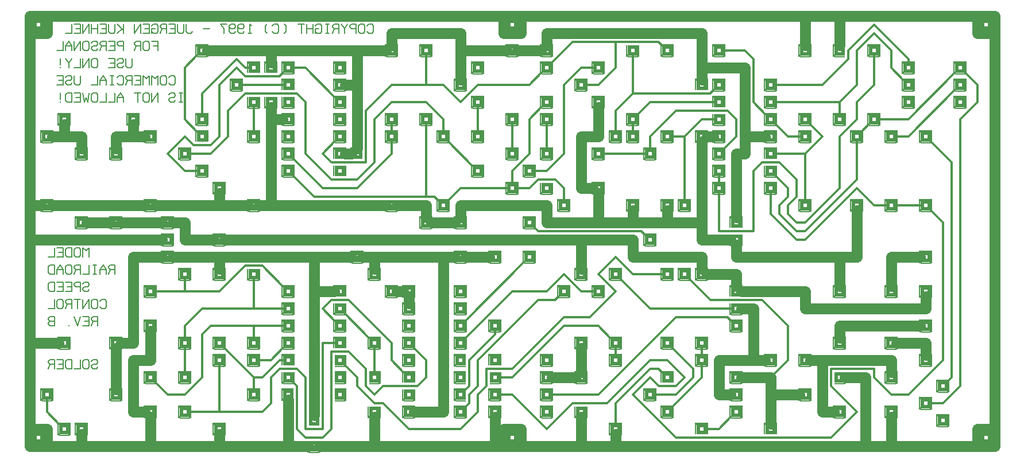
<source format=gbl>
%MOIN*%
%FSLAX23Y23*%
%ADD10C,.012*%
%ADD11C,.062*%
%ADD12C,.050X.024*%
%ADD13R,.062X.062X.024*%
%ADD14C,.016*%
%ADD15R,.008X.062*%
%ADD16R,.062X.008*%
%ADD17C,.008*%
%LPD*%
G90*X0Y0D02*X50Y50D02*D11*X150D01*X350D01*X750D01*
X1150D01*X1550D01*X1669D01*D13*X1700D03*D14*      
X1731Y19D03*X1669D03*D15*X1735Y50D03*X1665D03*D16*
X1700Y15D03*X1731Y50D02*D11*X2050D01*X2750D01*    
X2800D01*X2900D01*X3250D01*X3450D01*X4900D01*     
X5050D01*X5550D01*X5650D01*Y150D01*X5550D01*      
Y50D01*D13*X5600Y100D03*X5650Y150D02*D11*Y2450D01*
X5550D01*Y2550D01*X4750D01*Y2381D01*D13*Y2350D03* 
D14*X4719Y2381D03*Y2319D03*D15*X4715Y2350D03*D16* 
X4750Y2385D03*Y2315D03*X4800Y2300D02*D10*         
X4650Y2150D01*X4381D01*D13*X4350D03*D14*          
X4381Y2181D03*Y2119D03*X4319Y2181D03*Y2119D03*D15*
X4385Y2150D03*X4315D03*D16*X4350Y2185D03*Y2115D03*
X4250Y2050D02*D10*X4319Y1981D01*D13*X4350Y1950D03*
D14*X4381Y1981D03*Y1919D03*X4319Y1981D03*Y1919D03*
D15*X4385Y1950D03*X4315D03*D16*X4350Y1985D03*     
Y1915D03*X4381Y1919D02*D10*X4450Y1850D01*X4519D01*
D13*X4550D03*D14*X4581Y1881D03*Y1819D03*          
X4519Y1881D03*Y1819D03*D15*X4585Y1850D03*X4515D03*
D16*X4550Y1885D03*Y1815D03*X4650Y1850D02*D10*     
X4550Y1750D01*Y1481D01*D13*Y1450D03*D14*          
X4581Y1481D03*Y1419D03*X4519Y1481D03*Y1419D03*D15*
X4585Y1450D03*X4515D03*D16*X4550Y1485D03*Y1415D03*
X4500Y1500D02*D10*X4450Y1450D01*Y1400D01*         
X4500Y1350D01*X4550D01*X4750Y1550D01*Y1850D01*    
X4850Y1950D01*Y2050D01*X4950Y2150D01*Y2319D01*D13*
Y2350D03*D14*X4981Y2381D03*Y2319D03*X4919Y2381D03*
Y2319D03*D15*X4985Y2350D03*X4915D03*D16*          
X4950Y2385D03*Y2315D03*X5050Y2250D02*D10*         
X5119Y2181D01*D13*X5150Y2150D03*D14*X5181Y2181D03*
Y2119D03*X5119Y2181D03*Y2119D03*D15*X5185Y2150D03*
X5115D03*D16*X5150Y2185D03*Y2115D03*X5050Y2250D02*
D10*Y2350D01*X4950Y2450D01*X4850Y2350D01*Y2150D01*
X4750Y2050D01*Y1981D01*D13*Y1950D03*D14*          
X4781Y1981D03*Y1919D03*X4719Y1981D03*Y1919D03*D15*
X4785Y1950D03*X4715D03*D16*X4750Y1985D03*Y1915D03*
D13*X4850Y1850D03*D14*X4881Y1881D03*Y1819D03*     
X4819Y1881D03*Y1819D03*D15*X4885Y1850D03*X4815D03*
D16*X4850Y1885D03*Y1815D03*Y1819D02*D10*Y1600D01* 
X4550Y1300D01*X4500D01*X4400Y1400D01*Y1450D01*    
X4450Y1500D01*Y1550D01*X4381Y1619D01*D13*         
X4350Y1650D03*D14*X4381Y1619D03*X4319D03*D15*     
X4385Y1650D03*X4315D03*D16*X4350Y1615D03*         
X4400Y1700D02*D10*X4500Y1600D01*Y1500D01*D13*     
X4350Y1550D03*D14*X4381Y1581D03*Y1519D03*         
X4319Y1581D03*Y1519D03*D15*X4385Y1550D03*X4315D03*
D16*X4350Y1585D03*Y1515D03*Y1519D02*D10*Y1400D01* 
X4500Y1250D01*X4550D01*X4850Y1550D01*             
X4950Y1450D01*X5019D01*D13*X5050D03*D14*          
X5081Y1481D03*Y1419D03*X5019Y1481D03*Y1419D03*D15*
X5085Y1450D03*X5015D03*D16*X5050Y1485D03*Y1415D03*
X5081Y1450D02*D10*X5219D01*D13*X5250D03*D14*      
X5281Y1481D03*Y1419D03*X5219Y1481D03*Y1419D03*D15*
X5285Y1450D03*X5215D03*D16*X5250Y1485D03*Y1415D03*
X5281Y1419D02*D10*X5350Y1350D01*Y550D01*          
X5150Y350D01*X5050D01*X4950Y450D01*Y500D01*       
X4700D01*Y400D01*X4850Y250D01*X4700Y100D01*       
X3800D01*X3550Y350D01*X3650Y450D01*X3700Y400D01*  
X3800D01*X3850Y450D01*X3750Y550D01*X3650D01*      
X3400Y300D01*X3200D01*X3050Y150D01*X2850Y350D01*  
X2781D01*D13*X2750D03*D14*X2781Y381D03*Y319D03*   
X2719Y381D03*Y319D03*D15*X2785Y350D03*X2715D03*   
D16*X2750Y385D03*Y315D03*X2700Y400D02*D10*        
X2650Y350D01*Y250D01*X2550Y150D01*X2250D01*       
X2100Y300D01*X2050D01*X1950Y400D01*Y450D01*       
X1881Y519D01*D13*X1850Y550D03*D14*X1881Y519D03*   
D15*X1885Y550D03*D16*X1850Y515D03*X1900Y600D02*   
D10*X2000Y500D01*Y400D01*X2050Y350D01*            
X2100Y400D01*X2300D01*X2350Y450D01*Y550D01*       
X2281Y619D01*D13*X2250Y650D03*D14*X2281Y681D03*   
Y619D03*X2219Y681D03*Y619D03*D15*X2285Y650D03*    
X2215D03*D16*X2250Y685D03*Y615D03*X2150Y550D02*   
D10*X2219Y481D01*D13*X2250Y450D03*D14*            
X2281Y481D03*X2219D03*D15*X2285Y450D03*X2215D03*  
D16*X2250Y485D03*X2150Y550D02*D10*Y650D01*        
X1900Y900D01*X1800D01*X1750Y850D01*X1819Y781D01*  
D13*X1850Y750D03*D14*X1881Y781D03*Y719D03*        
X1819Y781D03*Y719D03*D15*X1885Y750D03*X1815D03*   
D16*X1850Y785D03*Y715D03*X1750Y650D02*D10*Y150D01*
X1650D01*Y450D01*X1600Y500D01*X1500D01*           
X1450Y450D01*Y300D01*X1400Y250D01*X1150D01*       
X981D01*D13*X950D03*D14*X981Y281D03*Y219D03*      
X919Y281D03*Y219D03*D15*X985Y250D03*X915D03*D16*  
X950Y285D03*Y215D03*X850Y350D02*D10*X950D01*      
X1050Y450D01*Y700D01*X1100Y750D01*X1350D01*       
Y681D01*D13*Y650D03*D14*X1381Y681D03*Y619D03*     
X1319Y681D03*Y619D03*D15*X1385Y650D03*X1315D03*   
D16*X1350Y685D03*Y615D03*X1450Y550D02*D10*        
X1381D01*D13*X1350D03*D14*X1381Y581D03*Y519D03*   
X1319Y581D03*Y519D03*D15*X1385Y550D03*X1315D03*   
D16*X1350Y585D03*Y515D03*X1450Y550D02*D10*        
X1519Y619D01*D13*X1550Y650D03*D14*X1581Y681D03*   
Y619D03*X1519Y681D03*Y619D03*D15*X1585Y650D03*    
X1515D03*D16*X1550Y685D03*Y615D03*X1500Y550D02*   
D10*X1400Y450D01*X1350D01*Y381D01*D13*Y350D03*D14*
X1381Y381D03*Y319D03*X1319Y381D03*Y319D03*D15*    
X1385Y350D03*X1315D03*D16*X1350Y385D03*Y315D03*   
Y450D02*D10*X1181Y619D01*D13*X1150Y650D03*D14*    
X1181Y681D03*Y619D03*X1119Y681D03*Y619D03*D15*    
X1185Y650D03*X1115D03*D16*X1150Y685D03*Y615D03*   
D13*Y550D03*D14*X1181Y581D03*Y519D03*X1119Y581D03*
Y519D03*D15*X1185Y550D03*X1115D03*D16*            
X1150Y585D03*Y515D03*Y519D02*D10*Y250D01*D13*     
Y150D03*D14*X1181Y181D03*Y119D03*X1119Y181D03*    
Y119D03*D15*X1185Y150D03*X1115D03*D16*            
X1150Y185D03*Y115D03*Y119D02*D11*Y50D01*          
X850Y350D02*D10*X781Y419D01*D13*X750Y450D03*D14*  
X781Y481D03*Y419D03*X719Y481D03*Y419D03*D15*      
X785Y450D03*X715D03*D16*X750Y485D03*Y415D03*      
X650Y550D02*D11*Y250D01*X719D01*D13*X750D03*D14*  
X781Y281D03*Y219D03*X719Y281D03*Y219D03*D15*      
X785Y250D03*X715D03*D16*X750Y285D03*Y215D03*      
Y219D02*D11*Y50D01*D13*X550Y350D03*D14*           
X581Y381D03*Y319D03*X519Y381D03*Y319D03*D15*      
X585Y350D03*X515D03*D16*X550Y385D03*Y315D03*      
Y381D02*D11*Y619D01*D13*Y650D03*D14*X581Y681D03*  
Y619D03*X519Y681D03*Y619D03*D15*X585Y650D03*      
X515D03*D16*X550Y685D03*Y615D03*X581Y650D02*D11*  
X650D01*Y1150D01*X819D01*D13*X850D03*D14*         
X881Y1181D03*Y1119D03*X819Y1181D03*Y1119D03*D15*  
X885Y1150D03*X815D03*D16*X850Y1185D03*Y1115D03*   
X881Y1150D02*D11*X1150D01*Y1081D01*D13*Y1050D03*  
D14*X1181Y1081D03*Y1019D03*X1119Y1081D03*Y1019D03*
D15*X1185Y1050D03*X1115D03*D16*X1150Y1085D03*     
Y1015D03*Y1150D02*D11*X1700D01*Y950D01*Y231D01*   
D13*Y200D03*D16*Y235D03*X1800Y150D02*D10*         
X1750Y100D01*X1650D01*X1600Y150D01*Y400D01*       
X1581Y419D01*D13*X1550Y450D03*D14*X1581Y419D03*   
X1519D03*D15*X1585Y450D03*X1515D03*D16*           
X1550Y415D03*D13*Y550D03*D14*X1581Y581D03*        
X1519D03*D15*X1585Y550D03*X1515D03*D16*           
X1550Y585D03*X1519Y550D02*D10*X1500D01*D13*       
X1550Y750D03*D14*X1581Y781D03*Y719D03*            
X1519Y781D03*Y719D03*D15*X1585Y750D03*X1515D03*   
D16*X1550Y785D03*Y715D03*X1519Y750D02*D10*        
X1350D01*Y850D02*X1050D01*X950Y750D01*Y681D01*D13*
Y650D03*D14*X981Y681D03*Y619D03*X919Y681D03*      
Y619D03*D15*X985Y650D03*X915D03*D16*X950Y685D03*  
Y615D03*Y619D02*D10*Y481D01*D13*Y450D03*D14*      
X981Y481D03*Y419D03*X919Y481D03*Y419D03*D15*      
X985Y450D03*X915D03*D16*X950Y485D03*Y415D03*      
X750Y550D02*D11*X650D01*X750D02*Y719D01*D13*      
Y750D03*D14*X781Y781D03*Y719D03*X719Y781D03*      
Y719D03*D15*X785Y750D03*X715D03*D16*X750Y785D03*  
Y715D03*X950Y950D02*D10*X781D01*D13*X750D03*D14*  
X781Y981D03*Y919D03*X719Y981D03*Y919D03*D15*      
X785Y950D03*X715D03*D16*X750Y985D03*Y915D03*      
X950Y950D02*D10*X1150D01*X1300Y1100D01*X1400D01*  
X1519Y981D01*D13*X1550Y950D03*D14*X1581Y981D03*   
Y919D03*X1519Y981D03*Y919D03*D15*X1585Y950D03*    
X1515D03*D16*X1550Y985D03*Y915D03*D13*Y850D03*D14*
X1581Y881D03*Y819D03*X1519Y881D03*Y819D03*D15*    
X1585Y850D03*X1515D03*D16*X1550Y885D03*Y815D03*   
X1519Y850D02*D10*X1350D01*Y1019D01*D13*Y1050D03*  
D14*X1381Y1019D03*X1319D03*D15*X1385Y1050D03*     
X1315D03*D16*X1350Y1015D03*D13*X1150Y1250D03*D14* 
X1181Y1281D03*Y1219D03*X1119Y1281D03*Y1219D03*D15*
X1185Y1250D03*X1115D03*D16*X1150Y1285D03*Y1215D03*
X1119Y1250D02*D11*X950D01*Y1350D01*X881D01*D13*   
X850D03*D14*X881Y1381D03*Y1319D03*X819Y1381D03*   
Y1319D03*D15*X885Y1350D03*X815D03*D16*            
X850Y1385D03*Y1315D03*X819Y1350D02*D11*X581D01*   
D13*X550D03*D14*X581Y1381D03*Y1319D03*            
X519Y1381D03*Y1319D03*D15*X585Y1350D03*X515D03*   
D16*X550Y1385D03*Y1315D03*X519Y1350D02*D11*       
X381D01*D13*X350D03*D14*X381Y1381D03*Y1319D03*    
X319Y1381D03*Y1319D03*D15*X385Y1350D03*X315D03*   
D16*X350Y1385D03*Y1315D03*X395Y1150D02*D17*       
Y1204D01*X377Y1186D01*X359Y1204D01*Y1150D01*      
X309Y1159D02*X318Y1150D01*X336D01*X345Y1159D01*   
Y1195D01*X336Y1204D01*X318D01*X309Y1195D01*       
Y1159D01*X295Y1150D02*Y1204D01*X268D01*           
X259Y1195D01*Y1159D01*X268Y1150D01*X295D01*       
X209D02*X245D01*Y1204D01*X209D01*X245Y1177D02*    
X218D01*X195Y1204D02*Y1150D01*X159D01*D13*        
X150Y1450D03*D14*X181Y1481D03*Y1419D03*           
X119Y1481D03*Y1419D03*D15*X185Y1450D03*X115D03*   
D16*X150Y1485D03*Y1415D03*X119Y1450D02*D11*X50D01*
Y1250D01*Y650D01*Y150D01*Y50D01*D13*X100Y100D03*  
X150Y150D02*D11*Y50D01*D13*X250Y150D03*D14*       
X281Y181D03*Y119D03*X219Y181D03*Y119D03*D15*      
X285Y150D03*X215D03*D16*X250Y185D03*Y115D03*      
X219Y181D02*D10*X150Y250D01*Y319D01*D13*Y350D03*  
D14*X181Y381D03*Y319D03*X119Y381D03*Y319D03*D15*  
X185Y350D03*X115D03*D16*X150Y385D03*Y315D03*      
X409Y545D02*D17*X418Y554D01*X436D01*X445Y545D01*  
Y536D01*X436Y527D01*X418D01*X409Y518D01*Y509D01*  
X418Y500D01*X436D01*X445Y509D01*X359D02*          
X368Y500D01*X386D01*X395Y509D01*Y545D01*          
X386Y554D01*X368D01*X359Y545D01*Y509D01*          
X345Y554D02*Y500D01*X309D01*X295D02*Y554D01*      
X268D01*X259Y545D01*Y509D01*X268Y500D01*X295D01*  
X209D02*X245D01*Y554D01*X209D01*X245Y527D02*      
X218D01*X195Y500D02*Y554D01*X168D01*X159Y545D01*  
Y536D01*X168Y527D01*X195D01*X168D02*X159Y500D01*  
D13*X350Y150D03*D14*X381Y181D03*Y119D03*          
X319Y181D03*Y119D03*D15*X385Y150D03*X315D03*D16*  
X350Y185D03*Y115D03*Y119D02*D11*Y50D01*           
X150Y150D02*X50D01*X409Y545D02*D17*X418Y554D01*   
X436D01*X445Y545D01*Y536D01*X436Y527D01*X418D01*  
X409Y518D01*Y509D01*X418Y500D01*X436D01*          
X445Y509D01*X359D02*X368Y500D01*X386D01*          
X395Y509D01*Y545D01*X386Y554D01*X368D01*          
X359Y545D01*Y509D01*X345Y554D02*Y500D01*X309D01*  
X295D02*Y554D01*X268D01*X259Y545D01*Y509D01*      
X268Y500D01*X295D01*X209D02*X245D01*Y554D01*      
X209D01*X245Y527D02*X218D01*X195Y500D02*Y554D01*  
X168D01*X159Y545D01*Y536D01*X168Y527D01*X195D01*  
X168D02*X159Y500D01*D13*X250Y650D03*D14*          
X281Y681D03*Y619D03*X219Y681D03*Y619D03*D15*      
X285Y650D03*X215D03*D16*X250Y685D03*Y615D03*      
X219Y650D02*D11*X50D01*X445Y750D02*D17*Y804D01*   
X418D01*X409Y795D01*Y786D01*X418Y777D01*X445D01*  
X418D02*X409Y750D01*X359D02*X395D01*Y804D01*      
X359D01*X395Y777D02*X368D01*X345Y804D02*          
X327Y750D01*X309Y804D01*X277Y750D03*X195D02*      
Y804D01*X168D01*X159Y795D01*Y786D01*X168Y777D01*  
X159Y768D01*Y759D01*X168Y750D01*X195D01*Y777D02*  
X168D01*X409Y545D02*X418Y554D01*X436D01*          
X445Y545D01*Y536D01*X436Y527D01*X418D01*          
X409Y518D01*Y509D01*X418Y500D01*X436D01*          
X445Y509D01*X359D02*X368Y500D01*X386D01*          
X395Y509D01*Y545D01*X386Y554D01*X368D01*          
X359Y545D01*Y509D01*X345Y554D02*Y500D01*X309D01*  
X295D02*Y554D01*X268D01*X259Y545D01*Y509D01*      
X268Y500D01*X295D01*X209D02*X245D01*Y554D01*      
X209D01*X245Y527D02*X218D01*X195Y500D02*Y554D01*  
X168D01*X159Y545D01*Y536D01*X168Y527D01*X195D01*  
X168D02*X159Y500D01*X459Y859D02*X468Y850D01*      
X486D01*X495Y859D01*Y895D01*X486Y904D01*X468D01*  
X459Y895D01*X409Y859D02*X418Y850D01*X436D01*      
X445Y859D01*Y895D01*X436Y904D01*X418D01*          
X409Y895D01*Y859D01*X395Y850D02*Y904D01*          
X359Y850D01*Y904D01*X327Y850D02*Y904D01*X345D02*  
X309D01*X295Y850D02*Y904D01*X268D01*X259Y895D01*  
Y886D01*X268Y877D01*X295D01*X268D02*X259Y850D01*  
X209Y859D02*X218Y850D01*X236D01*X245Y859D01*      
Y895D01*X236Y904D01*X218D01*X209Y895D01*Y859D01*  
X195Y904D02*Y850D01*X159D01*X359Y995D02*          
X368Y1004D01*X386D01*X395Y995D01*Y986D01*         
X386Y977D01*X368D01*X359Y968D01*Y959D01*          
X368Y950D01*X386D01*X395Y959D01*X345Y950D02*      
Y1004D01*X318D01*X309Y995D01*Y986D01*X318Y977D01* 
X345D01*X259Y950D02*X295D01*Y1004D01*X259D01*     
X295Y977D02*X268D01*X209Y950D02*X245D01*Y1004D01* 
X209D01*X245Y977D02*X218D01*X195Y950D02*Y1004D01* 
X168D01*X159Y995D01*Y959D01*X168Y950D01*X195D01*  
X545Y1050D02*Y1104D01*X518D01*X509Y1095D01*       
Y1086D01*X518Y1077D01*X545D01*X518D02*            
X509Y1050D01*X495D02*Y1077D01*X477Y1104D01*       
X459Y1077D01*Y1050D01*X495Y1077D02*X459D01*       
X427Y1050D02*Y1104D01*X436Y1050D02*X418D01*       
X436Y1104D02*X418D01*X395D02*Y1050D01*X359D01*    
X345D02*Y1104D01*X318D01*X309Y1095D01*Y1086D01*   
X318Y1077D01*X345D01*X318D02*X309Y1050D01*        
X259Y1059D02*X268Y1050D01*X286D01*X295Y1059D01*   
Y1095D01*X286Y1104D01*X268D01*X259Y1095D01*       
Y1059D01*X245Y1050D02*Y1077D01*X227Y1104D01*      
X209Y1077D01*Y1050D01*X245Y1077D02*X209D01*       
X195Y1050D02*Y1104D01*X168D01*X159Y1095D01*       
Y1059D01*X168Y1050D01*X195D01*X395Y1150D02*       
Y1204D01*X377Y1186D01*X359Y1204D01*Y1150D01*      
X309Y1159D02*X318Y1150D01*X336D01*X345Y1159D01*   
Y1195D01*X336Y1204D01*X318D01*X309Y1195D01*       
Y1159D01*X295Y1150D02*Y1204D01*X268D01*           
X259Y1195D01*Y1159D01*X268Y1150D01*X295D01*       
X209D02*X245D01*Y1204D01*X209D01*X245Y1177D02*    
X218D01*X195Y1204D02*Y1150D01*X159D01*X50Y1250D02*
D11*X819D01*D13*X850D03*D14*X881Y1281D03*Y1219D03*
X819Y1281D03*Y1219D03*D15*X885Y1250D03*X815D03*   
D16*X850Y1285D03*Y1215D03*D13*X750Y1450D03*D14*   
X781Y1481D03*Y1419D03*X719Y1481D03*Y1419D03*D15*  
X785Y1450D03*X715D03*D16*X750Y1485D03*Y1415D03*   
X719Y1450D02*D11*X181D01*X50D02*Y2450D01*X150D01* 
Y2550D01*X50D01*Y2450D01*D13*X100Y2500D03*        
X150Y2550D02*D11*X2800D01*Y2450D01*X2900D01*      
Y2550D01*X2800D01*D13*X2850Y2500D03*X2900Y2550D02*
D11*X4550D01*Y2381D01*D13*Y2350D03*D14*           
X4581Y2381D03*Y2319D03*X4519Y2381D03*Y2319D03*D15*
X4585Y2350D03*X4515D03*D16*X4550Y2385D03*Y2315D03*
X4750Y2550D02*D11*X4550D01*X4800Y2300D02*D10*     
Y2350D01*X4950Y2500D01*X5150Y2300D01*Y2281D01*D13*
Y2250D03*D14*X5181Y2281D03*Y2219D03*X5119Y2281D03*
Y2219D03*D15*X5185Y2250D03*X5115D03*D16*          
X5150Y2285D03*Y2215D03*D13*Y2050D03*D14*          
X5181Y2081D03*Y2019D03*X5119Y2081D03*Y2019D03*D15*
X5185Y2050D03*X5115D03*D16*X5150Y2085D03*Y2015D03*
X5450Y1950D02*D10*Y400D01*X5350Y300D01*X5281D01*  
D13*X5250D03*D14*X5281Y331D03*Y269D03*            
X5219Y331D03*Y269D03*D15*X5285Y300D03*X5215D03*   
D16*X5250Y335D03*Y265D03*D13*X5350Y200D03*D14*    
X5381Y231D03*Y169D03*X5319Y231D03*Y169D03*D15*    
X5385Y200D03*X5315D03*D16*X5350Y235D03*Y165D03*   
D13*Y400D03*D14*X5381Y431D03*Y369D03*X5319Y431D03*
Y369D03*D15*X5385Y400D03*X5315D03*D16*            
X5350Y435D03*Y365D03*X5381Y431D02*D10*            
X5400Y450D01*Y1700D01*X5281Y1819D01*D13*          
X5250Y1850D03*D14*X5281Y1881D03*Y1819D03*         
X5219Y1881D03*Y1819D03*D15*X5285Y1850D03*X5215D03*
D16*X5250Y1885D03*Y1815D03*X5150Y1950D02*D10*     
X4981D01*D13*X4950D03*D14*X4981Y1981D03*Y1919D03* 
X4919Y1981D03*Y1919D03*D15*X4985Y1950D03*X4915D03*
D16*X4950Y1985D03*Y1915D03*X4919Y1919D02*D10*     
X4881Y1881D01*D13*X5050Y1850D03*D14*X5081Y1881D03*
Y1819D03*X5019Y1881D03*Y1819D03*D15*X5085Y1850D03*
X5015D03*D16*X5050Y1885D03*Y1815D03*X5081Y1850D02*
D10*X5150D01*X5419Y2119D01*D13*X5450Y2150D03*D14* 
X5481Y2181D03*Y2119D03*X5419Y2181D03*Y2119D03*D15*
X5485Y2150D03*X5415D03*D16*X5450Y2185D03*Y2115D03*
X5550Y2050D02*D10*X5450Y1950D01*X5550Y2050D02*    
Y2150D01*X5481Y2219D01*D13*X5450Y2250D03*D14*     
X5481Y2281D03*Y2219D03*X5419Y2281D03*Y2219D03*D15*
X5485Y2250D03*X5415D03*D16*X5450Y2285D03*Y2215D03*
X5419Y2219D02*D10*X5150Y1950D01*D13*X5450Y2050D03*
D14*X5481Y2081D03*Y2019D03*X5419Y2081D03*Y2019D03*
D15*X5485Y2050D03*X5415D03*D16*X5450Y2085D03*     
Y2015D03*X4750Y2050D02*D10*X4381D01*D13*X4350D03* 
D14*X4381Y2081D03*Y2019D03*X4319Y2081D03*Y2019D03*
D15*X4385Y2050D03*X4315D03*D16*X4350Y2085D03*     
Y2015D03*X4250Y2050D02*D10*Y2300D01*X4200Y2350D01*
X4081D01*D13*X4050D03*D14*X4081Y2381D03*Y2319D03* 
X4019Y2381D03*Y2319D03*D15*X4085Y2350D03*X4015D03*
D16*X4050Y2385D03*Y2315D03*X3950Y2450D02*D11*     
Y2250D01*Y2181D01*D13*Y2150D03*D14*X3981Y2181D03* 
X3919D03*D15*X3985Y2150D03*X3915D03*D16*          
X3950Y2185D03*X4000Y2100D02*D10*X3550D01*         
X3450Y2000D01*Y1881D01*D13*Y1850D03*D14*          
X3481Y1881D03*Y1819D03*X3419Y1881D03*Y1819D03*D15*
X3485Y1850D03*X3415D03*D16*X3450Y1885D03*Y1815D03*
D13*X3550Y1950D03*D14*X3581Y1981D03*Y1919D03*     
X3519Y1981D03*Y1919D03*D15*X3585Y1950D03*X3515D03*
D16*X3550Y1985D03*Y1915D03*Y1919D02*D10*Y1881D01* 
D13*Y1850D03*D14*X3581Y1881D03*Y1819D03*          
X3519Y1881D03*Y1819D03*D15*X3585Y1850D03*X3515D03*
D16*X3550Y1885D03*Y1815D03*D13*X3650Y1750D03*D14* 
X3681Y1781D03*Y1719D03*X3619Y1781D03*Y1719D03*D15*
X3685Y1750D03*X3615D03*D16*X3650Y1785D03*Y1715D03*
X3619Y1750D02*D10*X3381D01*D13*X3350D03*D14*      
X3381Y1781D03*Y1719D03*X3319Y1781D03*Y1719D03*D15*
X3385Y1750D03*X3315D03*D16*X3350Y1785D03*Y1715D03*
X3250Y1850D02*D11*Y1550D01*X3319D01*D13*X3350D03* 
D14*X3381Y1581D03*Y1519D03*X3319Y1581D03*Y1519D03*
D15*X3385Y1550D03*X3315D03*D16*X3350Y1585D03*     
Y1515D03*Y1519D02*D11*Y1350D01*X3050D01*Y1450D01* 
X2550D01*Y1381D01*D13*Y1350D03*D14*X2581Y1381D03* 
Y1319D03*X2519Y1381D03*Y1319D03*D15*X2585Y1350D03*
X2515D03*D16*X2550Y1385D03*Y1315D03*X2519Y1350D02*
D11*X2381D01*D13*X2350D03*D14*X2381Y1381D03*      
Y1319D03*X2319Y1381D03*Y1319D03*D15*X2385Y1350D03*
X2315D03*D16*X2350Y1385D03*Y1315D03*Y1381D02*D11* 
Y1450D01*X2181D01*D13*X2150D03*D14*X2181Y1419D03* 
X2119D03*D15*X2185Y1450D03*X2115D03*D16*          
X2150Y1415D03*X2119Y1450D02*D11*X1450D01*X1381D01*
D13*X1350D03*D14*X1381Y1481D03*Y1419D03*          
X1319Y1481D03*Y1419D03*D15*X1385Y1450D03*X1315D03*
D16*X1350Y1485D03*Y1415D03*X1319Y1450D02*D11*     
X1150D01*X781D01*X950Y1650D02*D10*X1019D01*D13*   
X1050D03*D14*X1081Y1681D03*Y1619D03*X1019Y1681D03*
Y1619D03*D15*X1085Y1650D03*X1015D03*D16*          
X1050Y1685D03*Y1615D03*D13*X1150Y1550D03*D14*     
X1181Y1581D03*Y1519D03*X1119Y1581D03*Y1519D03*D15*
X1185Y1550D03*X1115D03*D16*X1150Y1585D03*Y1515D03*
Y1519D02*D11*Y1450D01*X950Y1650D02*D10*           
X850Y1750D01*X950Y1850D01*X1000Y1800D01*X1100D01* 
X1150Y1850D01*Y2150D01*X1250Y2250D01*             
X1300Y2200D01*X1500D01*X1519Y2219D01*D13*         
X1550Y2250D03*D14*X1581Y2281D03*Y2219D03*         
X1519Y2281D03*Y2219D03*D15*X1585Y2250D03*X1515D03*
D16*X1550Y2285D03*Y2215D03*X1581Y2250D02*D10*     
X1650D01*X1819Y2081D01*D13*X1850Y2050D03*D14*     
X1881Y2081D03*Y2019D03*X1819Y2081D03*Y2019D03*D15*
X1885Y2050D03*X1815D03*D16*X1850Y2085D03*Y2015D03*
X1950Y2150D02*D11*Y1781D01*D13*Y1750D03*D14*      
X1919Y1781D03*D15*X1915Y1750D03*D16*X1950Y1785D03*
X1919Y1750D02*D11*X1881D01*D13*X1850D03*D14*      
X1881Y1781D03*X1819D03*D15*X1885Y1750D03*X1815D03*
D16*X1850Y1785D03*X1800Y1700D02*D10*X2000D01*     
Y2000D01*X2150Y2150D01*X2350D01*X2450D01*         
X2550Y2050D01*X2650Y2150D01*X2950D01*             
X3019Y2219D01*D13*X3050Y2250D03*D14*X3081Y2281D03*
Y2219D03*X3019Y2281D03*Y2219D03*D15*X3085Y2250D03*
X3015D03*D16*X3050Y2285D03*Y2215D03*X3081Y2281D02*
D10*X3200Y2400D01*X3450D01*Y2250D01*X3350Y2150D01*
X3281D01*D13*X3250D03*D14*X3281Y2181D03*Y2119D03* 
X3219Y2181D03*Y2119D03*D15*X3285Y2150D03*X3215D03*
D16*X3250Y2185D03*Y2115D03*D13*X3350Y2050D03*D14* 
X3381Y2081D03*Y2019D03*X3319Y2081D03*Y2019D03*D15*
X3385Y2050D03*X3315D03*D16*X3350Y2085D03*Y2015D03*
Y2019D02*D11*Y1850D01*X3250D01*X3150Y1750D02*D10* 
X3050Y1650D01*X2981D01*D13*X2950D03*D14*          
X2981Y1681D03*Y1619D03*X2919Y1681D03*Y1619D03*D15*
X2985Y1650D03*X2915D03*D16*X2950Y1685D03*Y1615D03*
X3000Y1600D02*D10*X2950Y1550D01*X2881D01*D13*     
X2850D03*D14*X2881Y1581D03*Y1519D03*X2819Y1581D03*
Y1519D03*D15*X2885Y1550D03*X2815D03*D16*          
X2850Y1585D03*Y1515D03*X2819Y1550D02*D10*X2550D01*
X2481Y1481D01*D13*X2450Y1450D03*D14*X2481Y1481D03*
Y1419D03*X2419Y1481D03*Y1419D03*D15*X2485Y1450D03*
X2415D03*D16*X2450Y1485D03*Y1415D03*X2419Y1481D02*
D10*X2400Y1500D01*X2350D01*X1700D01*X1581Y1619D01*
D13*X1550Y1650D03*D14*X1581Y1681D03*Y1619D03*     
X1519Y1681D03*Y1619D03*D15*X1585Y1650D03*X1515D03*
D16*X1550Y1685D03*Y1615D03*X1650Y1750D02*D10*     
X1800Y1600D01*X1950D01*X2050Y1700D01*Y1950D01*    
X2150Y2050D01*X2350D01*X2450Y1950D01*Y1881D01*D13*
Y1850D03*D14*X2481Y1881D03*Y1819D03*X2419Y1881D03*
Y1819D03*D15*X2485Y1850D03*X2415D03*D16*          
X2450Y1885D03*Y1815D03*X2481Y1819D02*D10*         
X2619Y1681D01*D13*X2650Y1650D03*D14*X2681Y1681D03*
Y1619D03*X2619Y1681D03*Y1619D03*D15*X2685Y1650D03*
X2615D03*D16*X2650Y1685D03*Y1615D03*X2850Y1581D02*
D10*Y1650D01*X2950Y1750D01*Y1950D01*X3019Y2019D01*
D13*X3050Y2050D03*D14*X3081Y2081D03*Y2019D03*     
X3019Y2081D03*Y2019D03*D15*X3085Y2050D03*X3015D03*
D16*X3050Y2085D03*Y2015D03*X3150Y2150D02*D10*     
Y1750D01*D13*X3050D03*D14*X3081Y1781D03*Y1719D03* 
X3019Y1781D03*Y1719D03*D15*X3085Y1750D03*X3015D03*
D16*X3050Y1785D03*Y1715D03*Y1781D02*D10*Y1919D01* 
D13*Y1950D03*D14*X3081Y1981D03*Y1919D03*          
X3019Y1981D03*Y1919D03*D15*X3085Y1950D03*X3015D03*
D16*X3050Y1985D03*Y1915D03*D13*X2850Y1750D03*D14* 
X2881Y1781D03*Y1719D03*X2819Y1781D03*Y1719D03*D15*
X2885Y1750D03*X2815D03*D16*X2850Y1785D03*Y1715D03*
Y1781D02*D10*Y1919D01*D13*Y1950D03*D14*           
X2881Y1981D03*Y1919D03*X2819Y1981D03*Y1919D03*D15*
X2885Y1950D03*X2815D03*D16*X2850Y1985D03*Y1915D03*
D13*X2650Y2050D03*D14*X2681Y2081D03*Y2019D03*     
X2619Y2081D03*Y2019D03*D15*X2685Y2050D03*X2615D03*
D16*X2650Y2085D03*Y2015D03*Y2019D02*D10*Y1881D01* 
D13*Y1850D03*D14*X2681Y1881D03*Y1819D03*          
X2619Y1881D03*Y1819D03*D15*X2685Y1850D03*X2615D03*
D16*X2650Y1885D03*Y1815D03*X2350Y2150D02*D10*     
Y2319D01*D13*Y2350D03*D14*X2381Y2381D03*Y2319D03* 
X2319Y2381D03*Y2319D03*D15*X2385Y2350D03*X2315D03*
D16*X2350Y2385D03*Y2315D03*D13*X2550Y2150D03*D14* 
X2581Y2181D03*Y2119D03*X2519Y2181D03*Y2119D03*D15*
X2585Y2150D03*X2515D03*D16*X2550Y2185D03*Y2115D03*
Y2181D02*D11*Y2350D01*X2819D01*D13*X2850D03*D14*  
X2881Y2381D03*Y2319D03*X2819Y2381D03*Y2319D03*D15*
X2885Y2350D03*X2815D03*D16*X2850Y2385D03*Y2315D03*
X2881Y2350D02*D11*X3019D01*D13*X3050D03*D14*      
X3081Y2381D03*Y2319D03*X3019Y2381D03*Y2319D03*D15*
X3085Y2350D03*X3015D03*D16*X3050Y2385D03*Y2315D03*
Y2381D02*D11*Y2450D01*X3950D01*Y2250D02*X4200D01* 
Y1850D01*Y1750D01*X4150D01*Y1381D01*D13*Y1350D03* 
D14*X4181Y1381D03*X4119D03*D15*X4185Y1350D03*     
X4115D03*D16*X4150Y1385D03*X4250Y1300D02*D10*     
X4050D01*Y1519D01*D13*Y1550D03*D14*X4081Y1581D03* 
Y1519D03*X4019Y1581D03*Y1519D03*D15*X4085Y1550D03*
X4015D03*D16*X4050Y1585D03*Y1515D03*Y1581D02*D10* 
Y1619D01*D13*Y1650D03*D14*X4081Y1681D03*Y1619D03* 
X4019Y1681D03*Y1619D03*D15*X4085Y1650D03*X4015D03*
D16*X4050Y1685D03*Y1615D03*D13*Y1750D03*D14*      
X4081Y1781D03*Y1719D03*X4019Y1781D03*Y1719D03*D15*
X4085Y1750D03*X4015D03*D16*X4050Y1785D03*Y1715D03*
X4081Y1781D02*D10*X4150Y1850D01*Y1950D01*         
X4100Y2000D01*X3800D01*X3650Y1850D01*Y1781D01*D13*
X3750Y1850D03*D14*X3781Y1881D03*Y1819D03*         
X3719Y1881D03*Y1819D03*D15*X3785Y1850D03*X3715D03*
D16*X3750Y1885D03*Y1815D03*X3781Y1850D02*D10*     
X3850D01*Y1481D01*D13*Y1450D03*D14*X3881Y1481D03* 
Y1419D03*X3819Y1481D03*Y1419D03*D15*X3885Y1450D03*
X3815D03*D16*X3850Y1485D03*Y1415D03*X3950Y1350D02*
D11*Y1250D01*X4119D01*D13*X4150D03*D14*           
X4181Y1219D03*X4119D03*D15*X4185Y1250D03*X4115D03*
D16*X4150Y1215D03*Y1219D02*D11*Y1150D01*X4750D01* 
Y981D01*D13*Y950D03*D14*X4781Y981D03*Y919D03*     
X4719Y981D03*Y919D03*D15*X4785Y950D03*X4715D03*   
D16*X4750Y985D03*Y915D03*X4850Y1150D02*D11*       
X4750D01*X4850D02*Y1419D01*D13*Y1450D03*D14*      
X4881Y1481D03*Y1419D03*X4819Y1481D03*Y1419D03*D15*
X4885Y1450D03*X4815D03*D16*X4850Y1485D03*Y1415D03*
X4550Y1750D02*D10*X4381D01*D13*X4350D03*D14*      
X4381Y1781D03*X4319D03*D15*X4385Y1750D03*X4315D03*
D16*X4350Y1785D03*X4400Y1700D02*D10*X4300D01*     
X4250Y1650D01*Y1300D01*X4150Y1050D02*D11*Y981D01* 
D13*Y950D03*D14*X4181Y981D03*X4119D03*D15*        
X4185Y950D03*X4115D03*D16*X4150Y985D03*           
X4181Y950D02*D11*X4550D01*Y850D01*X5250D01*       
Y919D01*D13*Y950D03*D14*X5281Y981D03*Y919D03*     
X5219Y981D03*Y919D03*D15*X5285Y950D03*X5215D03*   
D16*X5250Y985D03*Y915D03*X5050Y1150D02*D11*       
Y981D01*D13*Y950D03*D14*X5081Y981D03*Y919D03*     
X5019Y981D03*Y919D03*D15*X5085Y950D03*X5015D03*   
D16*X5050Y985D03*Y915D03*D13*X5250Y750D03*D14*    
X5281Y781D03*Y719D03*X5219Y781D03*Y719D03*D15*    
X5285Y750D03*X5215D03*D16*X5250Y785D03*Y715D03*   
X5219Y750D02*D11*X4750D01*Y681D01*D13*Y650D03*D14*
X4781Y681D03*Y619D03*X4719Y681D03*Y619D03*D15*    
X4785Y650D03*X4715D03*D16*X4750Y685D03*Y615D03*   
X4650Y550D02*D11*Y250D01*X4719D01*D13*X4750D03*   
D14*X4781Y281D03*Y219D03*X4719Y281D03*Y219D03*D15*
X4785Y250D03*X4715D03*D16*X4750Y285D03*Y215D03*   
X4900Y450D02*D11*Y50D01*X5050D02*Y219D01*D13*     
Y250D03*D14*X5081Y281D03*Y219D03*X5019Y281D03*    
Y219D03*D15*X5085Y250D03*X5015D03*D16*            
X5050Y285D03*Y215D03*D13*Y450D03*D14*X5081Y481D03*
Y419D03*X5019Y481D03*Y419D03*D15*X5085Y450D03*    
X5015D03*D16*X5050Y485D03*Y415D03*Y481D02*D11*    
Y550D01*X4650D01*X4581D01*D13*X4550D03*D14*       
X4581Y581D03*Y519D03*X4519Y581D03*Y519D03*D15*    
X4585Y550D03*X4515D03*D16*X4550Y585D03*Y515D03*   
X4450Y550D02*D10*X4350Y450D01*D11*Y350D01*Y181D01*
D13*Y150D03*D14*X4381Y181D03*X4319D03*D15*        
X4385Y150D03*X4315D03*D16*X4350Y185D03*D13*       
X4550Y350D03*D14*X4581Y381D03*Y319D03*            
X4519Y381D03*Y319D03*D15*X4585Y350D03*X4515D03*   
D16*X4550Y385D03*Y315D03*X4519Y350D02*D11*        
X4350D01*Y450D02*X4181D01*D13*X4150D03*D14*       
X4181Y481D03*Y419D03*X4119Y481D03*Y419D03*D15*    
X4185Y450D03*X4115D03*D16*X4150Y485D03*Y415D03*   
X4250Y550D02*D11*X4050D01*Y350D01*X4119D01*D13*   
X4150D03*D14*X4181Y381D03*Y319D03*X4119Y381D03*   
Y319D03*D15*X4185Y350D03*X4115D03*D16*            
X4150Y385D03*Y315D03*D13*Y250D03*D14*X4181Y281D03*
Y219D03*X4119Y281D03*Y219D03*D15*X4185Y250D03*    
X4115D03*D16*X4150Y285D03*Y215D03*X4119Y219D02*   
D10*X4050Y150D01*X3981D01*D13*X3950D03*D14*       
X3981Y181D03*X3919D03*D15*X3985Y150D03*X3915D03*  
D16*X3950Y185D03*D13*X3750Y250D03*D14*            
X3781Y281D03*Y219D03*X3719Y281D03*Y219D03*D15*    
X3785Y250D03*X3715D03*D16*X3750Y285D03*Y215D03*   
X3781Y281D02*D10*X3950Y450D01*Y519D01*D13*Y550D03*
D14*X3981Y581D03*Y519D03*X3919Y581D03*Y519D03*D15*
X3985Y550D03*X3915D03*D16*X3950Y585D03*Y515D03*   
Y581D02*D10*Y619D01*D13*Y650D03*D14*X3981Y681D03* 
Y619D03*X3919Y681D03*Y619D03*D15*X3985Y650D03*    
X3915D03*D16*X3950Y685D03*Y615D03*X4100Y800D02*   
D10*X4119Y781D01*D13*X4150Y750D03*D14*            
X4181Y781D03*Y719D03*X4119Y781D03*Y719D03*D15*    
X4185Y750D03*X4115D03*D16*X4150Y785D03*Y715D03*   
X4100Y800D02*D10*X3800D01*X3350Y350D01*X3081D01*  
D13*X3050D03*D14*X3081Y381D03*Y319D03*            
X3019Y381D03*Y319D03*D15*X3085Y350D03*X3015D03*   
D16*X3050Y385D03*Y315D03*D13*Y450D03*D14*         
X3081Y481D03*Y419D03*X3019Y481D03*Y419D03*D15*    
X3085Y450D03*X3015D03*D16*X3050Y485D03*Y415D03*   
X3081Y450D02*D11*X3219D01*D13*X3250D03*D14*       
X3281Y481D03*Y419D03*X3219Y481D03*Y419D03*D15*    
X3285Y450D03*X3215D03*D16*X3250Y485D03*Y415D03*   
Y481D02*D11*Y619D01*D13*Y650D03*D14*X3281Y681D03* 
Y619D03*X3219Y681D03*Y619D03*D15*X3285Y650D03*    
X3215D03*D16*X3250Y685D03*Y615D03*X3350Y750D02*   
D10*X3419Y681D01*D13*X3450Y650D03*D14*            
X3481Y681D03*Y619D03*X3419Y681D03*Y619D03*D15*    
X3485Y650D03*X3415D03*D16*X3450Y685D03*Y615D03*   
Y619D02*D10*Y581D01*D13*Y550D03*D14*X3481Y581D03* 
Y519D03*X3419Y581D03*Y519D03*D15*X3485Y550D03*    
X3415D03*D16*X3450Y585D03*Y515D03*D13*            
X3650Y350D03*D14*X3681Y381D03*Y319D03*            
X3619Y381D03*Y319D03*D15*X3685Y350D03*X3615D03*   
D16*X3650Y385D03*Y315D03*X3681Y350D02*D10*        
X3800D01*X3900Y450D01*Y500D01*X3781Y619D01*D13*   
X3750Y650D03*D14*X3781Y681D03*Y619D03*            
X3719Y681D03*Y619D03*D15*X3785Y650D03*X3715D03*   
D16*X3750Y685D03*Y615D03*X3650Y500D02*D10*        
X3450Y300D01*Y181D01*D13*Y150D03*D14*X3481Y181D03*
Y119D03*X3419Y181D03*Y119D03*D15*X3485Y150D03*    
X3415D03*D16*X3450Y185D03*Y115D03*Y119D02*D11*    
Y50D01*D13*X3250Y250D03*D14*X3281Y219D03*X3219D03*
D15*X3285Y250D03*X3215D03*D16*X3250Y215D03*       
Y219D02*D11*Y50D01*D13*X3050Y250D03*D14*          
X3081Y281D03*Y219D03*X3019Y281D03*Y219D03*D15*    
X3085Y250D03*X3015D03*D16*X3050Y285D03*Y215D03*   
X2900Y150D02*D11*Y50D01*D13*X2850Y100D03*         
X2800Y150D02*D11*Y50D01*X2750D02*Y219D01*D13*     
Y250D03*D14*X2781Y281D03*Y219D03*X2719Y281D03*    
Y219D03*D15*X2785Y250D03*X2715D03*D16*            
X2750Y285D03*Y215D03*X2800Y150D02*D11*X2900D01*   
X2650Y400D02*D10*X2600Y350D01*Y300D01*            
X2581Y281D01*D13*X2550Y250D03*D14*X2581Y281D03*   
Y219D03*X2519Y281D03*Y219D03*D15*X2585Y250D03*    
X2515D03*D16*X2550Y285D03*Y215D03*D13*Y350D03*D14*
X2519Y381D03*Y319D03*D15*X2515Y350D03*D16*        
X2550Y385D03*Y315D03*X2581Y381D02*D10*            
X2600Y400D01*Y550D01*X2750Y700D01*Y719D01*D13*    
Y750D03*D14*X2781Y781D03*Y719D03*X2719Y781D03*    
Y719D03*D15*X2785Y750D03*X2715D03*D16*            
X2750Y785D03*Y715D03*D13*X2550Y950D03*D14*        
X2581Y981D03*Y919D03*X2519Y981D03*Y919D03*D15*    
X2585Y950D03*X2515D03*D16*X2550Y985D03*Y915D03*   
D13*Y550D03*D14*X2519Y581D03*Y519D03*D15*         
X2515Y550D03*D16*X2550Y585D03*Y515D03*            
X2850Y950D02*D10*X2581Y681D01*D13*X2550Y650D03*   
D14*X2581Y681D03*Y619D03*X2519Y681D03*Y619D03*D15*
X2585Y650D03*X2515D03*D16*X2550Y685D03*Y615D03*   
X2650Y550D02*D10*Y400D01*X2700D02*Y500D01*        
X2850D01*X3150Y800D01*X3300D01*X3450Y950D01*      
X3350Y1050D01*X3450Y1150D01*X3550Y1050D01*        
X3719D01*D13*X3750D03*D14*X3781Y1081D03*Y1019D03* 
X3719Y1081D03*Y1019D03*D15*X3785Y1050D03*X3715D03*
D16*X3750Y1085D03*Y1015D03*D13*X3850Y1050D03*D14* 
X3881Y1081D03*Y1019D03*X3819Y1081D03*Y1019D03*D15*
X3885Y1050D03*X3815D03*D16*X3850Y1085D03*Y1015D03*
X3881Y1019D02*D10*X4000Y900D01*X4300D01*          
X4450Y750D01*Y550D01*D13*X4350D03*D14*            
X4381Y581D03*Y519D03*X4319Y581D03*Y519D03*D15*    
X4385Y550D03*X4315D03*D16*X4350Y585D03*Y515D03*   
X4319Y550D02*D11*X4250D01*Y850D01*X4181D01*D13*   
X4150D03*D14*X4181Y819D03*X4119D03*D15*           
X4185Y850D03*X4115D03*D16*X4150Y815D03*           
X4119Y850D02*D10*X3650D01*X3481Y1019D01*D13*      
X3450Y1050D03*D14*X3481Y1081D03*Y1019D03*         
X3419Y1081D03*Y1019D03*D15*X3485Y1050D03*X3415D03*
D16*X3450Y1085D03*Y1015D03*X3550Y1150D02*D11*     
X3950D01*Y1081D01*D13*Y1050D03*D14*X3981Y1081D03* 
Y1019D03*X3919Y1081D03*Y1019D03*D15*X3985Y1050D03*
X3915D03*D16*X3950Y1085D03*Y1015D03*X3981Y1050D02*
D11*X4150D01*X3950Y1350D02*X3750D01*X3550D01*     
X3350D01*X3250Y1250D02*Y1081D01*D13*Y1050D03*D14* 
X3281Y1081D03*Y1019D03*X3219Y1081D03*Y1019D03*D15*
X3285Y1050D03*X3215D03*D16*X3250Y1085D03*Y1015D03*
D13*X3350Y950D03*D14*X3381Y981D03*Y919D03*        
X3319Y981D03*Y919D03*D15*X3385Y950D03*X3315D03*   
D16*X3350Y985D03*Y915D03*X3319Y950D02*D10*        
X3250D01*X3150Y1050D01*X3050Y950D01*X2850D01*     
X3000Y900D02*X2650Y550D01*D13*X2750Y450D03*D14*   
X2781Y419D03*D15*X2785Y450D03*D16*X2750Y415D03*   
X2781Y450D02*D10*X2850D01*X3150Y750D01*X3350D01*  
D13*X3150Y950D03*D14*X3181Y981D03*Y919D03*        
X3119Y981D03*Y919D03*D15*X3185Y950D03*X3115D03*   
D16*X3150Y985D03*Y915D03*X3119Y919D02*D10*        
X3100Y900D01*X3000D01*D13*X2750Y1150D03*D14*      
X2781Y1181D03*Y1119D03*X2719Y1181D03*Y1119D03*D15*
X2785Y1150D03*X2715D03*D16*X2750Y1185D03*Y1115D03*
X2719Y1150D02*D11*X2581D01*D13*X2550D03*D14*      
X2581Y1181D03*Y1119D03*X2519Y1181D03*Y1119D03*D15*
X2585Y1150D03*X2515D03*D16*X2550Y1185D03*Y1115D03*
X2519Y1150D02*D11*X2450D01*Y250D01*X2281D01*D13*  
X2250D03*D14*X2281Y281D03*Y219D03*X2219Y281D03*   
Y219D03*D15*X2285Y250D03*X2215D03*D16*            
X2250Y285D03*Y215D03*D13*Y350D03*D14*X2281Y319D03*
X2219D03*D15*X2285Y350D03*X2215D03*D16*           
X2250Y315D03*D13*X2050Y450D03*D14*X2081Y481D03*   
Y419D03*D15*X2085Y450D03*D16*X2050Y485D03*Y415D03*
Y481D02*D10*Y619D01*D13*Y650D03*D14*X2081Y681D03* 
Y619D03*X2019Y681D03*Y619D03*D15*X2085Y650D03*    
X2015D03*D16*X2050Y685D03*Y615D03*X2019Y681D02*   
D10*X1881Y819D01*D13*X1850Y850D03*D14*            
X1881Y819D03*X1819D03*D15*X1885Y850D03*X1815D03*  
D16*X1850Y815D03*D13*Y950D03*D14*X1881Y981D03*    
X1819D03*D15*X1885Y950D03*X1815D03*D16*           
X1850Y985D03*X1819Y950D02*D11*X1700D01*Y1150D02*  
X1919D01*D13*X1950D03*D14*X1981Y1181D03*Y1119D03* 
X1919Y1181D03*Y1119D03*D15*X1985Y1150D03*X1915D03*
D16*X1950Y1185D03*Y1115D03*X1981Y1150D02*D11*     
X2050D01*Y1081D01*D13*Y1050D03*D14*X2081Y1081D03* 
Y1019D03*X2019Y1081D03*Y1019D03*D15*X2085Y1050D03*
X2015D03*D16*X2050Y1085D03*Y1015D03*D13*          
X2150Y950D03*D14*X2181Y981D03*Y919D03*            
X2119Y981D03*Y919D03*D15*X2185Y950D03*X2115D03*   
D16*X2150Y985D03*Y915D03*X2181Y950D02*D11*        
X2219D01*D13*X2250D03*D14*X2281Y981D03*Y919D03*   
X2219Y981D03*Y919D03*D15*X2285Y950D03*X2215D03*   
D16*X2250Y985D03*Y915D03*Y919D02*D11*Y881D01*D13* 
Y850D03*D14*X2281Y881D03*Y819D03*X2219Y881D03*    
Y819D03*D15*X2285Y850D03*X2215D03*D16*            
X2250Y885D03*Y815D03*D13*Y750D03*D14*X2281Y781D03*
Y719D03*X2219Y781D03*Y719D03*D15*X2285Y750D03*    
X2215D03*D16*X2250Y785D03*Y715D03*X2450Y1150D02*  
D11*X2050D01*X2350Y1500D02*D10*Y1919D01*D13*      
Y1950D03*D14*X2381Y1981D03*Y1919D03*X2319Y1981D03*
Y1919D03*D15*X2385Y1950D03*X2315D03*D16*          
X2350Y1985D03*Y1915D03*X2150Y1750D02*D10*         
X1950Y1550D01*X1750D01*X1581Y1719D01*D13*         
X1550Y1750D03*D14*X1581Y1781D03*Y1719D03*         
X1519Y1781D03*Y1719D03*D15*X1585Y1750D03*X1515D03*
D16*X1550Y1785D03*Y1715D03*X1650Y1750D02*D10*     
Y2050D01*X1600Y2100D01*X1300D01*X1200Y2000D01*    
Y1850D01*X1100Y1750D01*X981D01*D13*X950D03*D14*   
X981Y1781D03*Y1719D03*X919Y1781D03*Y1719D03*D15*  
X985Y1750D03*X915D03*D16*X950Y1785D03*Y1715D03*   
D13*X1050Y1850D03*D14*X1081Y1881D03*X1019D03*D15* 
X1085Y1850D03*X1015D03*D16*X1050Y1885D03*         
X1019Y1881D02*D10*X950Y1950D01*Y2250D01*          
X1019Y2319D01*D13*X1050Y2350D03*D14*X1081Y2381D03*
Y2319D03*X1019Y2381D03*Y2319D03*D15*X1085Y2350D03*
X1015D03*D16*X1050Y2385D03*Y2315D03*X1081Y2350D02*
D11*X1450D01*Y2281D01*D13*Y2250D03*D14*           
X1481Y2281D03*X1419D03*D15*X1485Y2250D03*X1415D03*
D16*X1450Y2285D03*D13*X1550Y2150D03*D14*          
X1581Y2181D03*X1519D03*D15*X1585Y2150D03*X1515D03*
D16*X1550Y2185D03*X1519Y2150D02*D10*X1281D01*D13* 
X1250D03*D14*X1281Y2181D03*Y2119D03*X1219Y2181D03*
Y2119D03*D15*X1285Y2150D03*X1215D03*D16*          
X1250Y2185D03*Y2115D03*D13*X1350Y2050D03*D14*     
X1381Y2019D03*X1319D03*D15*X1385Y2050D03*X1315D03*
D16*X1350Y2015D03*Y2019D02*D10*Y1881D01*D13*      
Y1850D03*D14*X1381Y1881D03*Y1819D03*X1319Y1881D03*
Y1819D03*D15*X1385Y1850D03*X1315D03*D16*          
X1350Y1885D03*Y1815D03*X1450Y1950D02*D11*Y1450D01*
X1750Y1750D02*D10*X1800Y1700D01*D13*X1850Y1650D03*
D15*X1885D03*X1815D03*X1750Y1750D02*D10*          
X1819Y1819D01*D13*X1850Y1850D03*D14*X1881Y1881D03*
Y1819D03*X1819Y1881D03*Y1819D03*D15*X1885Y1850D03*
X1815D03*D16*X1850Y1885D03*Y1815D03*D13*Y1950D03* 
D14*X1881Y1981D03*Y1919D03*X1819Y1981D03*Y1919D03*
D15*X1885Y1950D03*X1815D03*D16*X1850Y1985D03*     
Y1915D03*D13*X1550Y2050D03*D14*X1581Y2019D03*     
X1519D03*D15*X1585Y2050D03*X1515D03*D16*          
X1550Y2015D03*X2150Y1750D02*D10*Y1819D01*D13*     
Y1850D03*D14*X2181Y1881D03*Y1819D03*X2119Y1881D03*
Y1819D03*D15*X2185Y1850D03*X2115D03*D16*          
X2150Y1885D03*Y1815D03*Y1881D02*D10*Y1919D01*D13* 
Y1950D03*D14*X2181Y1981D03*Y1919D03*X2119Y1981D03*
Y1919D03*D15*X2185Y1950D03*X2115D03*D16*          
X2150Y1985D03*Y1915D03*X1950Y2150D02*D11*X1881D01*
D13*X1850D03*D14*X1881Y2181D03*Y2119D03*          
X1819Y2181D03*Y2119D03*D15*X1885Y2150D03*X1815D03*
D16*X1850Y2185D03*Y2115D03*X1950Y2150D02*D11*     
Y2350D01*X1450D01*D13*X1350Y2250D03*D14*          
X1381Y2281D03*X1319D03*D15*X1385Y2250D03*X1315D03*
D16*X1350Y2285D03*X1319Y2250D02*D10*X1300D01*     
X1250Y2300D01*X1050Y2100D01*Y1981D01*D13*Y1950D03*
D14*X1081Y1981D03*Y1919D03*X1019Y1981D03*Y1919D03*
D15*X1085Y1950D03*X1015D03*D16*X1050Y1985D03*     
Y1915D03*D13*X750Y1850D03*D14*X781Y1881D03*       
Y1819D03*X719Y1881D03*Y1819D03*D15*X785Y1850D03*  
X715D03*D16*X750Y1885D03*Y1815D03*X719Y1850D02*   
D11*X650D01*X550D01*Y1781D01*D13*Y1750D03*D14*    
X581Y1781D03*Y1719D03*X519Y1781D03*Y1719D03*D15*  
X585Y1750D03*X515D03*D16*X550Y1785D03*Y1715D03*   
X650Y1850D02*D11*Y1919D01*D13*Y1950D03*D14*       
X681Y1981D03*Y1919D03*X619Y1981D03*Y1919D03*D15*  
X685Y1950D03*X615D03*D16*X650Y1985D03*Y1915D03*   
X350Y1850D02*D11*Y1781D01*D13*Y1750D03*D14*       
X381Y1781D03*Y1719D03*X319Y1781D03*Y1719D03*D15*  
X385Y1750D03*X315D03*D16*X350Y1785D03*Y1715D03*   
X250Y1850D02*D11*X181D01*D13*X150D03*D14*         
X181Y1881D03*Y1819D03*X119Y1881D03*Y1819D03*D15*  
X185Y1850D03*X115D03*D16*X150Y1885D03*Y1815D03*   
D13*X250Y1950D03*D14*X281Y1981D03*Y1919D03*       
X219Y1981D03*Y1919D03*D15*X285Y1950D03*X215D03*   
D16*X250Y1985D03*Y1915D03*Y1919D02*D11*Y1850D01*  
X350D01*X927Y2050D02*D17*Y2104D01*X936Y2050D02*   
X918D01*X936Y2104D02*X918D01*X859Y2095D02*        
X868Y2104D01*X886D01*X895Y2095D01*Y2086D01*       
X886Y2077D01*X868D01*X859Y2068D01*Y2059D01*       
X868Y2050D01*X886D01*X895Y2059D01*X795Y2050D02*   
Y2104D01*X759Y2050D01*Y2104D01*X709Y2059D02*      
X718Y2050D01*X736D01*X745Y2059D01*Y2095D01*       
X736Y2104D01*X718D01*X709Y2095D01*Y2059D01*       
X677Y2050D02*Y2104D01*X695D02*X659D01*            
X595Y2050D02*Y2077D01*X577Y2104D01*X559Y2077D01*  
Y2050D01*X595Y2077D02*X559D01*X545Y2104D02*       
Y2050D01*X509D01*X495Y2104D02*Y2050D01*X459D01*   
X409Y2059D02*X418Y2050D01*X436D01*X445Y2059D01*   
Y2095D01*X436Y2104D01*X418D01*X409Y2095D01*       
Y2059D01*X395Y2104D02*X386Y2050D01*X377Y2077D01*  
X368Y2050D01*X359Y2104D01*X309Y2050D02*X345D01*   
Y2104D01*X309D01*X345Y2077D02*X318D01*            
X295Y2050D02*Y2104D01*X268D01*X259Y2095D01*       
Y2059D01*X268Y2050D01*X295D01*X227D03*Y2104D02*   
Y2068D01*X859Y2159D02*X868Y2150D01*X886D01*       
X895Y2159D01*Y2195D01*X886Y2204D01*X868D01*       
X859Y2195D01*X809Y2159D02*X818Y2150D01*X836D01*   
X845Y2159D01*Y2195D01*X836Y2204D01*X818D01*       
X809Y2195D01*Y2159D01*X795Y2150D02*Y2204D01*      
X777Y2186D01*X759Y2204D01*Y2150D01*X745D02*       
Y2204D01*X727Y2186D01*X709Y2204D01*Y2150D01*      
X659D02*X695D01*Y2204D01*X659D01*X695Y2177D02*    
X668D01*X645Y2150D02*Y2204D01*X618D01*            
X609Y2195D01*Y2186D01*X618Y2177D01*X645D01*       
X618D02*X609Y2150D01*X559Y2159D02*X568Y2150D01*   
X586D01*X595Y2159D01*Y2195D01*X586Y2204D01*       
X568D01*X559Y2195D01*X527Y2150D02*Y2204D01*       
X536Y2150D02*X518D01*X536Y2204D02*X518D01*        
X495Y2150D02*Y2177D01*X477Y2204D01*X459Y2177D01*  
Y2150D01*X495Y2177D02*X459D01*X445Y2204D02*       
Y2150D01*X409D01*X309Y2204D02*Y2159D01*           
X318Y2150D01*X336D01*X345Y2159D01*Y2204D01*       
X259Y2195D02*X268Y2204D01*X286D01*X295Y2195D01*   
Y2186D01*X286Y2177D01*X268D01*X259Y2168D01*       
Y2159D01*X268Y2150D01*X286D01*X295Y2159D01*       
X209Y2150D02*X245D01*Y2204D01*X209D01*            
X245Y2177D02*X218D01*X609Y2304D02*Y2259D01*       
X618Y2250D01*X636D01*X645Y2259D01*Y2304D01*       
X559Y2295D02*X568Y2304D01*X586D01*X595Y2295D01*   
Y2286D01*X586Y2277D01*X568D01*X559Y2268D01*       
Y2259D01*X568Y2250D01*X586D01*X595Y2259D01*       
X509Y2250D02*X545D01*Y2304D01*X509D01*            
X545Y2277D02*X518D01*X409Y2259D02*X418Y2250D01*   
X436D01*X445Y2259D01*Y2295D01*X436Y2304D01*       
X418D01*X409Y2295D01*Y2259D01*X395Y2250D02*       
Y2304D01*X359Y2250D01*Y2304D01*X345D02*Y2250D01*  
X309D01*X295Y2304D02*X277Y2277D01*X259Y2304D01*   
X277Y2277D02*Y2250D01*X227D03*Y2304D02*Y2268D01*  
X795Y2350D02*Y2404D01*X759D01*X795Y2377D02*       
X768D01*X709Y2359D02*X718Y2350D01*X736D01*        
X745Y2359D01*Y2395D01*X736Y2404D01*X718D01*       
X709Y2395D01*Y2359D01*X695Y2350D02*Y2404D01*      
X668D01*X659Y2395D01*Y2386D01*X668Y2377D01*       
X695D01*X668D02*X659Y2350D01*X595D02*Y2404D01*    
X568D01*X559Y2395D01*Y2386D01*X568Y2377D01*       
X595D01*X509Y2350D02*X545D01*Y2404D01*X509D01*    
X545Y2377D02*X518D01*X495Y2350D02*Y2404D01*       
X468D01*X459Y2395D01*Y2386D01*X468Y2377D01*       
X495D01*X468D02*X459Y2350D01*X409Y2395D02*        
X418Y2404D01*X436D01*X445Y2395D01*Y2386D01*       
X436Y2377D01*X418D01*X409Y2368D01*Y2359D01*       
X418Y2350D01*X436D01*X445Y2359D01*X359D02*        
X368Y2350D01*X386D01*X395Y2359D01*Y2395D01*       
X386Y2404D01*X368D01*X359Y2395D01*Y2359D01*       
X345Y2350D02*Y2404D01*X309Y2350D01*Y2404D01*      
X295Y2350D02*Y2377D01*X277Y2404D01*X259Y2377D01*  
Y2350D01*X295Y2377D02*X259D01*X245Y2404D02*       
Y2350D01*X209D01*X2009Y2459D02*X2018Y2450D01*     
X2036D01*X2045Y2459D01*Y2495D01*X2036Y2504D01*    
X2018D01*X2009Y2495D01*X1959Y2459D02*             
X1968Y2450D01*X1986D01*X1995Y2459D01*Y2495D01*    
X1986Y2504D01*X1968D01*X1959Y2495D01*Y2459D01*    
X1945Y2450D02*Y2504D01*X1918D01*X1909Y2495D01*    
Y2486D01*X1918Y2477D01*X1945D01*X1895Y2504D02*    
X1877Y2477D01*X1859Y2504D01*X1877Y2477D02*        
Y2450D01*X1845D02*Y2504D01*X1818D01*X1809Y2495D01*
Y2486D01*X1818Y2477D01*X1845D01*X1818D02*         
X1809Y2450D01*X1777D02*Y2504D01*X1786Y2450D02*    
X1768D01*X1786Y2504D02*X1768D01*X1709Y2459D02*    
X1718Y2450D01*X1736D01*X1745Y2459D01*Y2495D01*    
X1736Y2504D01*X1718D01*X1709Y2495D01*             
X1727Y2477D02*X1709D01*Y2450D01*X1695D02*Y2504D01*
X1659Y2450D02*Y2504D01*X1695Y2477D02*X1659D01*    
X1627Y2450D02*Y2504D01*X1645D02*X1609D01*X1527D02*
X1536Y2495D01*Y2459D01*X1527Y2450D01*             
X1459Y2459D02*X1468Y2450D01*X1486D01*             
X1495Y2459D01*Y2495D01*X1486Y2504D01*X1468D01*    
X1459Y2495D01*X1427Y2504D02*X1418Y2495D01*        
Y2459D01*X1427Y2450D01*X1336Y2495D02*             
X1327Y2504D01*Y2450D01*X1336D02*X1318D01*         
X1259Y2486D02*X1268Y2477D01*X1286D01*             
X1295Y2486D01*Y2495D01*X1286Y2504D01*X1268D01*    
X1259Y2495D01*Y2459D01*X1268Y2450D01*X1286D01*    
X1295Y2459D01*X1209Y2486D02*X1218Y2477D01*        
X1236D01*X1245Y2486D01*Y2495D01*X1236Y2504D01*    
X1218D01*X1209Y2495D01*Y2459D01*X1218Y2450D01*    
X1236D01*X1245Y2459D01*X1195Y2504D02*X1159D01*    
X1177Y2477D01*Y2450D01*X1095Y2477D02*X1059D01*    
X995Y2459D02*X986Y2450D01*X968D01*X959Y2459D01*   
Y2504D01*X909D02*Y2459D01*X918Y2450D01*X936D01*   
X945Y2459D01*Y2504D01*X859Y2450D02*X895D01*       
Y2504D01*X859D01*X895Y2477D02*X868D01*            
X845Y2450D02*Y2504D01*X818D01*X809Y2495D01*       
Y2486D01*X818Y2477D01*X845D01*X818D02*            
X809Y2450D01*X759Y2459D02*X768Y2450D01*X786D01*   
X795Y2459D01*Y2495D01*X786Y2504D01*X768D01*       
X759Y2495D01*X777Y2477D02*X759D01*Y2450D01*       
X709D02*X745D01*Y2504D01*X709D01*X745Y2477D02*    
X718D01*X695Y2450D02*Y2504D01*X659Y2450D01*       
Y2504D01*X595Y2450D02*Y2504D01*Y2468D02*          
X559Y2504D01*X586Y2477D02*X559Y2450D01*           
X509Y2504D02*Y2459D01*X518Y2450D01*X536D01*       
X545Y2459D01*Y2504D01*X459Y2450D02*X495D01*       
Y2504D01*X459D01*X495Y2477D02*X468D01*            
X445Y2450D02*Y2504D01*X409Y2450D02*Y2504D01*      
X445Y2477D02*X409D01*X395Y2450D02*Y2504D01*       
X359Y2450D01*Y2504D01*X309Y2450D02*X345D01*       
Y2504D01*X309D01*X345Y2477D02*X318D01*            
X295Y2504D02*Y2450D01*X259D01*X395Y1150D02*       
Y1204D01*X377Y1186D01*X359Y1204D01*Y1150D01*      
X309Y1159D02*X318Y1150D01*X336D01*X345Y1159D01*   
Y1195D01*X336Y1204D01*X318D01*X309Y1195D01*       
Y1159D01*X295Y1150D02*Y1204D01*X268D01*           
X259Y1195D01*Y1159D01*X268Y1150D01*X295D01*       
X209D02*X245D01*Y1204D01*X209D01*X245Y1177D02*    
X218D01*X195Y1204D02*Y1150D01*X159D01*            
X1181Y1250D02*D11*X3250D01*X3550D01*Y1150D01*D13* 
X3650Y1250D03*D14*X3681Y1281D03*Y1219D03*         
X3619Y1281D03*Y1219D03*D15*X3685Y1250D03*X3615D03*
D16*X3650Y1285D03*Y1215D03*X3619Y1281D02*D10*     
X3600Y1300D01*X3000D01*X2981Y1319D01*D13*         
X2950Y1350D03*D14*X2981Y1381D03*Y1319D03*         
X2919Y1381D03*Y1319D03*D15*X2985Y1350D03*X2915D03*
D16*X2950Y1385D03*Y1315D03*X3150Y1550D02*D10*     
Y1481D01*D13*Y1450D03*D14*X3181Y1481D03*Y1419D03* 
X3119Y1481D03*Y1419D03*D15*X3185Y1450D03*X3115D03*
D16*X3150Y1485D03*Y1415D03*D13*X3050Y1550D03*D14* 
X3081Y1519D03*X3019D03*D15*X3085Y1550D03*X3015D03*
D16*X3050Y1515D03*X3150Y1550D02*D10*X3100Y1600D01*
X3000D01*D13*X2950Y1150D03*D14*X2981Y1181D03*     
Y1119D03*X2919Y1181D03*Y1119D03*D15*X2985Y1150D03*
X2915D03*D16*X2950Y1185D03*Y1115D03*X2919Y1119D02*
D10*X2581Y781D01*D13*X2550Y750D03*D14*            
X2581Y781D03*Y719D03*X2519Y781D03*Y719D03*D15*    
X2585Y750D03*X2515D03*D16*X2550Y785D03*Y715D03*   
D13*Y850D03*D14*X2581Y881D03*Y819D03*X2519Y881D03*
Y819D03*D15*X2585Y850D03*X2515D03*D16*            
X2550Y885D03*Y815D03*D13*X2750Y550D03*D14*        
X2781Y581D03*X2719D03*D15*X2785Y550D03*X2715D03*  
D16*X2750Y585D03*D13*X2550Y450D03*D14*            
X2519Y481D03*Y419D03*D15*X2515Y450D03*D16*        
X2550Y485D03*Y415D03*D13*X2250Y550D03*D14*        
X2281Y581D03*Y519D03*X2219Y581D03*Y519D03*D15*    
X2285Y550D03*X2215D03*D16*X2250Y585D03*Y515D03*   
D13*X2050Y250D03*D14*X2081Y219D03*X2019D03*D15*   
X2085Y250D03*X2015D03*D16*X2050Y215D03*Y219D02*   
D11*Y50D01*X1800Y150D02*D10*Y600D01*X1900D01*D13* 
X1850Y650D03*D14*X1881Y681D03*X1819D03*D15*       
X1885Y650D03*X1815D03*D16*X1850Y685D03*           
X1819Y650D02*D10*X1750D01*D13*X1850Y450D03*D14*   
X1881Y481D03*Y419D03*D15*X1885Y450D03*D16*        
X1850Y485D03*Y415D03*D13*X1550Y350D03*D14*        
X1519Y381D03*Y319D03*D15*X1515Y350D03*D16*        
X1550Y385D03*Y315D03*Y319D02*D11*Y50D01*D13*      
X1850Y350D03*D14*X1881Y381D03*Y319D03*D15*        
X1885Y350D03*D16*X1850Y385D03*Y315D03*X950Y950D02*
D10*Y1019D01*D13*Y1050D03*D14*X981Y1081D03*       
Y1019D03*X919Y1081D03*Y1019D03*D15*X985Y1050D03*  
X915D03*D16*X950Y1085D03*Y1015D03*D13*            
X1550Y1850D03*D14*X1581Y1881D03*Y1819D03*         
X1519Y1881D03*Y1819D03*D15*X1585Y1850D03*X1515D03*
D16*X1550Y1885D03*Y1815D03*X395Y1150D02*D17*      
Y1204D01*X377Y1186D01*X359Y1204D01*Y1150D01*      
X309Y1159D02*X318Y1150D01*X336D01*X345Y1159D01*   
Y1195D01*X336Y1204D01*X318D01*X309Y1195D01*       
Y1159D01*X295Y1150D02*Y1204D01*X268D01*           
X259Y1195D01*Y1159D01*X268Y1150D01*X295D01*       
X209D02*X245D01*Y1204D01*X209D01*X245Y1177D02*    
X218D01*X195Y1204D02*Y1150D01*X159D01*            
X545Y1050D02*Y1104D01*X518D01*X509Y1095D01*       
Y1086D01*X518Y1077D01*X545D01*X518D02*            
X509Y1050D01*X495D02*Y1077D01*X477Y1104D01*       
X459Y1077D01*Y1050D01*X495Y1077D02*X459D01*       
X427Y1050D02*Y1104D01*X436Y1050D02*X418D01*       
X436Y1104D02*X418D01*X395D02*Y1050D01*X359D01*    
X345D02*Y1104D01*X318D01*X309Y1095D01*Y1086D01*   
X318Y1077D01*X345D01*X318D02*X309Y1050D01*        
X259Y1059D02*X268Y1050D01*X286D01*X295Y1059D01*   
Y1095D01*X286Y1104D01*X268D01*X259Y1095D01*       
Y1059D01*X245Y1050D02*Y1077D01*X227Y1104D01*      
X209Y1077D01*Y1050D01*X245Y1077D02*X209D01*       
X195Y1050D02*Y1104D01*X168D01*X159Y1095D01*       
Y1059D01*X168Y1050D01*X195D01*X359Y995D02*        
X368Y1004D01*X386D01*X395Y995D01*Y986D01*         
X386Y977D01*X368D01*X359Y968D01*Y959D01*          
X368Y950D01*X386D01*X395Y959D01*X345Y950D02*      
Y1004D01*X318D01*X309Y995D01*Y986D01*X318Y977D01* 
X345D01*X259Y950D02*X295D01*Y1004D01*X259D01*     
X295Y977D02*X268D01*X209Y950D02*X245D01*Y1004D01* 
X209D01*X245Y977D02*X218D01*X195Y950D02*Y1004D01* 
X168D01*X159Y995D01*Y959D01*X168Y950D01*X195D01*  
X459Y859D02*X468Y850D01*X486D01*X495Y859D01*      
Y895D01*X486Y904D01*X468D01*X459Y895D01*          
X409Y859D02*X418Y850D01*X436D01*X445Y859D01*      
Y895D01*X436Y904D01*X418D01*X409Y895D01*Y859D01*  
X395Y850D02*Y904D01*X359Y850D01*Y904D01*          
X327Y850D02*Y904D01*X345D02*X309D01*X295Y850D02*  
Y904D01*X268D01*X259Y895D01*Y886D01*X268Y877D01*  
X295D01*X268D02*X259Y850D01*X209Y859D02*          
X218Y850D01*X236D01*X245Y859D01*Y895D01*          
X236Y904D01*X218D01*X209Y895D01*Y859D01*          
X195Y904D02*Y850D01*X159D01*X445Y750D02*Y804D01*  
X418D01*X409Y795D01*Y786D01*X418Y777D01*X445D01*  
X418D02*X409Y750D01*X359D02*X395D01*Y804D01*      
X359D01*X395Y777D02*X368D01*X345Y804D02*          
X327Y750D01*X309Y804D01*X277Y750D03*X195D02*      
Y804D01*X168D01*X159Y795D01*Y786D01*X168Y777D01*  
X159Y768D01*Y759D01*X168Y750D01*X195D01*Y777D02*  
X168D01*X409Y545D02*X418Y554D01*X436D01*          
X445Y545D01*Y536D01*X436Y527D01*X418D01*          
X409Y518D01*Y509D01*X418Y500D01*X436D01*          
X445Y509D01*X359D02*X368Y500D01*X386D01*          
X395Y509D01*Y545D01*X386Y554D01*X368D01*          
X359Y545D01*Y509D01*X345Y554D02*Y500D01*X309D01*  
X295D02*Y554D01*X268D01*X259Y545D01*Y509D01*      
X268Y500D01*X295D01*X209D02*X245D01*Y554D01*      
X209D01*X245Y527D02*X218D01*X195Y500D02*Y554D01*  
X168D01*X159Y545D01*Y536D01*X168Y527D01*X195D01*  
X168D02*X159Y500D01*D13*X1550Y1950D03*D14*        
X1581Y1981D03*Y1919D03*X1519Y1981D03*Y1919D03*D15*
X1585Y1950D03*X1515D03*D16*X1550Y1985D03*Y1915D03*
X1519Y1950D02*D11*X1450D01*Y2019D01*D13*Y2050D03* 
D14*X1481Y2019D03*X1419D03*D15*X1485Y2050D03*     
X1415D03*D16*X1450Y2015D03*D13*X1850Y2250D03*D14* 
X1881Y2281D03*Y2219D03*X1819Y2281D03*Y2219D03*D15*
X1885Y2250D03*X1815D03*D16*X1850Y2285D03*Y2215D03*
X1950Y2350D02*D11*X2119D01*D13*X2150D03*D14*      
X2181Y2381D03*Y2319D03*X2119Y2381D03*Y2319D03*D15*
X2185Y2350D03*X2115D03*D16*X2150Y2385D03*Y2315D03*
Y2381D02*D11*Y2450D01*X2550D01*Y2350D01*D13*      
X2650Y2250D03*D14*X2681Y2281D03*Y2219D03*         
X2619Y2281D03*Y2219D03*D15*X2685Y2250D03*X2615D03*
D16*X2650Y2285D03*Y2215D03*X3150Y2150D02*D10*     
X3250Y2250D01*X3319D01*D13*X3350D03*D14*          
X3381Y2281D03*Y2219D03*X3319Y2281D03*Y2219D03*D15*
X3385Y2250D03*X3315D03*D16*X3350Y2285D03*Y2215D03*
X3450Y2400D02*D10*X3700D01*X3719Y2381D01*D13*     
X3750Y2350D03*D14*X3781Y2381D03*Y2319D03*         
X3719Y2381D03*Y2319D03*D15*X3785Y2350D03*X3715D03*
D16*X3750Y2385D03*Y2315D03*D13*X3550Y2350D03*D14* 
X3581Y2319D03*X3519D03*D15*X3585Y2350D03*X3515D03*
D16*X3550Y2315D03*Y2319D02*D10*Y2100D01*          
X3650Y2050D02*X3581Y1981D01*X3650Y2050D02*        
X4019D01*D13*X4050D03*D14*X4081Y2081D03*X4019D03* 
D15*X4085Y2050D03*X4015D03*D16*X4050Y2085D03*     
X4000Y2100D02*D10*X4019Y2119D01*D13*X4050Y2150D03*
D14*X4081Y2181D03*Y2119D03*X4019Y2181D03*Y2119D03*
D15*X4085Y2150D03*X4015D03*D16*X4050Y2185D03*     
Y2115D03*X3950Y1950D02*D10*X3850Y1850D01*         
X3950Y1950D02*X4019D01*D13*X4050D03*D14*          
X4081Y1919D03*X4019D03*D15*X4085Y1950D03*X4015D03*
D16*X4050Y1915D03*D13*X3950Y1850D03*D14*          
X3981Y1881D03*Y1819D03*X3919Y1881D03*Y1819D03*D15*
X3985Y1850D03*X3915D03*D16*X3950Y1885D03*Y1815D03*
Y1819D02*D11*Y1350D01*D13*X3750Y1450D03*D14*      
X3781Y1481D03*Y1419D03*X3719Y1481D03*Y1419D03*D15*
X3785Y1450D03*X3715D03*D16*X3750Y1485D03*Y1415D03*
Y1419D02*D11*Y1350D01*D13*X3550Y1450D03*D14*      
X3581Y1481D03*Y1419D03*X3519Y1481D03*Y1419D03*D15*
X3585Y1450D03*X3515D03*D16*X3550Y1485D03*Y1415D03*
Y1419D02*D11*Y1350D01*D13*X4050Y1850D03*D14*      
X4081Y1881D03*Y1819D03*X4019Y1881D03*Y1819D03*D15*
X4085Y1850D03*X4015D03*D16*X4050Y1885D03*Y1815D03*
X4019Y1850D02*D11*X3981D01*X4200D02*X4319D01*D13* 
X4350D03*D14*X4381Y1881D03*Y1819D03*X4319Y1881D03*
Y1819D03*D15*X4385Y1850D03*X4315D03*D16*          
X4350Y1885D03*Y1815D03*D13*X4550Y1950D03*D14*     
X4581Y1981D03*Y1919D03*X4519Y1981D03*Y1919D03*D15*
X4585Y1950D03*X4515D03*D16*X4550Y1985D03*Y1915D03*
X4581Y1919D02*D10*X4650Y1850D01*X5050Y1150D02*D11*
X5219D01*D13*X5250D03*D14*X5281Y1181D03*Y1119D03* 
X5219Y1181D03*Y1119D03*D15*X5285Y1150D03*X5215D03*
D16*X5250Y1185D03*Y1115D03*D13*X5050Y650D03*D14*  
X5081Y681D03*Y619D03*X5019Y681D03*Y619D03*D15*    
X5085Y650D03*X5015D03*D16*X5050Y685D03*Y615D03*   
X5081Y650D02*D11*X5250D01*Y581D01*D13*Y550D03*D14*
X5281Y581D03*Y519D03*X5219Y581D03*Y519D03*D15*    
X5285Y550D03*X5215D03*D16*X5250Y585D03*Y515D03*   
X4900Y450D02*D11*X4781D01*D13*X4750D03*D14*       
X4781Y419D03*D15*X4785Y450D03*D16*X4750Y415D03*   
D13*X3750Y450D03*D14*X3781Y481D03*X3719D03*D15*   
X3785Y450D03*X3715D03*D16*X3750Y485D03*           
X3719Y481D02*D10*X3700Y500D01*X3650D01*D13*       
X3050Y550D03*D14*X3081Y581D03*Y519D03*            
X3019Y581D03*Y519D03*D15*X3085Y550D03*X3015D03*   
D16*X3050Y585D03*Y515D03*D13*X5600Y2500D03*       
X5650Y2450D02*D11*Y2550D01*X5550D01*X2009Y2459D02*
D17*X2018Y2450D01*X2036D01*X2045Y2459D01*Y2495D01*
X2036Y2504D01*X2018D01*X2009Y2495D01*             
X1959Y2459D02*X1968Y2450D01*X1986D01*             
X1995Y2459D01*Y2495D01*X1986Y2504D01*X1968D01*    
X1959Y2495D01*Y2459D01*X1945Y2450D02*Y2504D01*    
X1918D01*X1909Y2495D01*Y2486D01*X1918Y2477D01*    
X1945D01*X1895Y2504D02*X1877Y2477D01*             
X1859Y2504D01*X1877Y2477D02*Y2450D01*X1845D02*    
Y2504D01*X1818D01*X1809Y2495D01*Y2486D01*         
X1818Y2477D01*X1845D01*X1818D02*X1809Y2450D01*    
X1777D02*Y2504D01*X1786Y2450D02*X1768D01*         
X1786Y2504D02*X1768D01*X1709Y2459D02*             
X1718Y2450D01*X1736D01*X1745Y2459D01*Y2495D01*    
X1736Y2504D01*X1718D01*X1709Y2495D01*             
X1727Y2477D02*X1709D01*Y2450D01*X1695D02*Y2504D01*
X1659Y2450D02*Y2504D01*X1695Y2477D02*X1659D01*    
X1627Y2450D02*Y2504D01*X1645D02*X1609D01*X1527D02*
X1536Y2495D01*Y2459D01*X1527Y2450D01*             
X1459Y2459D02*X1468Y2450D01*X1486D01*             
X1495Y2459D01*Y2495D01*X1486Y2504D01*X1468D01*    
X1459Y2495D01*X1427Y2504D02*X1418Y2495D01*        
Y2459D01*X1427Y2450D01*X1336Y2495D02*             
X1327Y2504D01*Y2450D01*X1336D02*X1318D01*         
X1259Y2486D02*X1268Y2477D01*X1286D01*             
X1295Y2486D01*Y2495D01*X1286Y2504D01*X1268D01*    
X1259Y2495D01*Y2459D01*X1268Y2450D01*X1286D01*    
X1295Y2459D01*X1209Y2486D02*X1218Y2477D01*        
X1236D01*X1245Y2486D01*Y2495D01*X1236Y2504D01*    
X1218D01*X1209Y2495D01*Y2459D01*X1218Y2450D01*    
X1236D01*X1245Y2459D01*X1195Y2504D02*X1159D01*    
X1177Y2477D01*Y2450D01*X1095Y2477D02*X1059D01*    
X995Y2459D02*X986Y2450D01*X968D01*X959Y2459D01*   
Y2504D01*X909D02*Y2459D01*X918Y2450D01*X936D01*   
X945Y2459D01*Y2504D01*X859Y2450D02*X895D01*       
Y2504D01*X859D01*X895Y2477D02*X868D01*            
X845Y2450D02*Y2504D01*X818D01*X809Y2495D01*       
Y2486D01*X818Y2477D01*X845D01*X818D02*            
X809Y2450D01*X759Y2459D02*X768Y2450D01*X786D01*   
X795Y2459D01*Y2495D01*X786Y2504D01*X768D01*       
X759Y2495D01*X777Y2477D02*X759D01*Y2450D01*       
X709D02*X745D01*Y2504D01*X709D01*X745Y2477D02*    
X718D01*X695Y2450D02*Y2504D01*X659Y2450D01*       
Y2504D01*X595Y2450D02*Y2504D01*Y2468D02*          
X559Y2504D01*X586Y2477D02*X559Y2450D01*           
X509Y2504D02*Y2459D01*X518Y2450D01*X536D01*       
X545Y2459D01*Y2504D01*X459Y2450D02*X495D01*       
Y2504D01*X459D01*X495Y2477D02*X468D01*            
X445Y2450D02*Y2504D01*X409Y2450D02*Y2504D01*      
X445Y2477D02*X409D01*X395Y2450D02*Y2504D01*       
X359Y2450D01*Y2504D01*X309Y2450D02*X345D01*       
Y2504D01*X309D01*X345Y2477D02*X318D01*            
X295Y2504D02*Y2450D01*X259D01*X795Y2350D02*       
Y2404D01*X759D01*X795Y2377D02*X768D01*            
X709Y2359D02*X718Y2350D01*X736D01*X745Y2359D01*   
Y2395D01*X736Y2404D01*X718D01*X709Y2395D01*       
Y2359D01*X695Y2350D02*Y2404D01*X668D01*           
X659Y2395D01*Y2386D01*X668Y2377D01*X695D01*       
X668D02*X659Y2350D01*X595D02*Y2404D01*X568D01*    
X559Y2395D01*Y2386D01*X568Y2377D01*X595D01*       
X509Y2350D02*X545D01*Y2404D01*X509D01*            
X545Y2377D02*X518D01*X495Y2350D02*Y2404D01*       
X468D01*X459Y2395D01*Y2386D01*X468Y2377D01*       
X495D01*X468D02*X459Y2350D01*X409Y2395D02*        
X418Y2404D01*X436D01*X445Y2395D01*Y2386D01*       
X436Y2377D01*X418D01*X409Y2368D01*Y2359D01*       
X418Y2350D01*X436D01*X445Y2359D01*X359D02*        
X368Y2350D01*X386D01*X395Y2359D01*Y2395D01*       
X386Y2404D01*X368D01*X359Y2395D01*Y2359D01*       
X345Y2350D02*Y2404D01*X309Y2350D01*Y2404D01*      
X295Y2350D02*Y2377D01*X277Y2404D01*X259Y2377D01*  
Y2350D01*X295Y2377D02*X259D01*X245Y2404D02*       
Y2350D01*X209D01*X609Y2304D02*Y2259D01*           
X618Y2250D01*X636D01*X645Y2259D01*Y2304D01*       
X559Y2295D02*X568Y2304D01*X586D01*X595Y2295D01*   
Y2286D01*X586Y2277D01*X568D01*X559Y2268D01*       
Y2259D01*X568Y2250D01*X586D01*X595Y2259D01*       
X509Y2250D02*X545D01*Y2304D01*X509D01*            
X545Y2277D02*X518D01*X409Y2259D02*X418Y2250D01*   
X436D01*X445Y2259D01*Y2295D01*X436Y2304D01*       
X418D01*X409Y2295D01*Y2259D01*X395Y2250D02*       
Y2304D01*X359Y2250D01*Y2304D01*X345D02*Y2250D01*  
X309D01*X295Y2304D02*X277Y2277D01*X259Y2304D01*   
X277Y2277D02*Y2250D01*X227D03*Y2304D02*Y2268D01*  
X859Y2159D02*X868Y2150D01*X886D01*X895Y2159D01*   
Y2195D01*X886Y2204D01*X868D01*X859Y2195D01*       
X809Y2159D02*X818Y2150D01*X836D01*X845Y2159D01*   
Y2195D01*X836Y2204D01*X818D01*X809Y2195D01*       
Y2159D01*X795Y2150D02*Y2204D01*X777Y2186D01*      
X759Y2204D01*Y2150D01*X745D02*Y2204D01*           
X727Y2186D01*X709Y2204D01*Y2150D01*X659D02*       
X695D01*Y2204D01*X659D01*X695Y2177D02*X668D01*    
X645Y2150D02*Y2204D01*X618D01*X609Y2195D01*       
Y2186D01*X618Y2177D01*X645D01*X618D02*            
X609Y2150D01*X559Y2159D02*X568Y2150D01*X586D01*   
X595Y2159D01*Y2195D01*X586Y2204D01*X568D01*       
X559Y2195D01*X527Y2150D02*Y2204D01*X536Y2150D02*  
X518D01*X536Y2204D02*X518D01*X495Y2150D02*        
Y2177D01*X477Y2204D01*X459Y2177D01*Y2150D01*      
X495Y2177D02*X459D01*X445Y2204D02*Y2150D01*       
X409D01*X309Y2204D02*Y2159D01*X318Y2150D01*       
X336D01*X345Y2159D01*Y2204D01*X259Y2195D02*       
X268Y2204D01*X286D01*X295Y2195D01*Y2186D01*       
X286Y2177D01*X268D01*X259Y2168D01*Y2159D01*       
X268Y2150D01*X286D01*X295Y2159D01*X209Y2150D02*   
X245D01*Y2204D01*X209D01*X245Y2177D02*X218D01*    
X927Y2050D02*Y2104D01*X936Y2050D02*X918D01*       
X936Y2104D02*X918D01*X859Y2095D02*X868Y2104D01*   
X886D01*X895Y2095D01*Y2086D01*X886Y2077D01*       
X868D01*X859Y2068D01*Y2059D01*X868Y2050D01*       
X886D01*X895Y2059D01*X795Y2050D02*Y2104D01*       
X759Y2050D01*Y2104D01*X709Y2059D02*X718Y2050D01*  
X736D01*X745Y2059D01*Y2095D01*X736Y2104D01*       
X718D01*X709Y2095D01*Y2059D01*X677Y2050D02*       
Y2104D01*X695D02*X659D01*X595Y2050D02*Y2077D01*   
X577Y2104D01*X559Y2077D01*Y2050D01*X595Y2077D02*  
X559D01*X545Y2104D02*Y2050D01*X509D01*            
X495Y2104D02*Y2050D01*X459D01*X409Y2059D02*       
X418Y2050D01*X436D01*X445Y2059D01*Y2095D01*       
X436Y2104D01*X418D01*X409Y2095D01*Y2059D01*       
X395Y2104D02*X386Y2050D01*X377Y2077D01*           
X368Y2050D01*X359Y2104D01*X309Y2050D02*X345D01*   
Y2104D01*X309D01*X345Y2077D02*X318D01*            
X295Y2050D02*Y2104D01*X268D01*X259Y2095D01*       
Y2059D01*X268Y2050D01*X295D01*X227D03*Y2104D02*   
Y2068D01*X395Y1150D02*Y1204D01*X377Y1186D01*      
X359Y1204D01*Y1150D01*X309Y1159D02*X318Y1150D01*  
X336D01*X345Y1159D01*Y1195D01*X336Y1204D01*       
X318D01*X309Y1195D01*Y1159D01*X295Y1150D02*       
Y1204D01*X268D01*X259Y1195D01*Y1159D01*           
X268Y1150D01*X295D01*X209D02*X245D01*Y1204D01*    
X209D01*X245Y1177D02*X218D01*X195Y1204D02*        
Y1150D01*X159D01*X545Y1050D02*Y1104D01*X518D01*   
X509Y1095D01*Y1086D01*X518Y1077D01*X545D01*       
X518D02*X509Y1050D01*X495D02*Y1077D01*            
X477Y1104D01*X459Y1077D01*Y1050D01*X495Y1077D02*  
X459D01*X427Y1050D02*Y1104D01*X436Y1050D02*       
X418D01*X436Y1104D02*X418D01*X395D02*Y1050D01*    
X359D01*X345D02*Y1104D01*X318D01*X309Y1095D01*    
Y1086D01*X318Y1077D01*X345D01*X318D02*            
X309Y1050D01*X259Y1059D02*X268Y1050D01*X286D01*   
X295Y1059D01*Y1095D01*X286Y1104D01*X268D01*       
X259Y1095D01*Y1059D01*X245Y1050D02*Y1077D01*      
X227Y1104D01*X209Y1077D01*Y1050D01*X245Y1077D02*  
X209D01*X195Y1050D02*Y1104D01*X168D01*            
X159Y1095D01*Y1059D01*X168Y1050D01*X195D01*       
X359Y995D02*X368Y1004D01*X386D01*X395Y995D01*     
Y986D01*X386Y977D01*X368D01*X359Y968D01*Y959D01*  
X368Y950D01*X386D01*X395Y959D01*X345Y950D02*      
Y1004D01*X318D01*X309Y995D01*Y986D01*X318Y977D01* 
X345D01*X259Y950D02*X295D01*Y1004D01*X259D01*     
X295Y977D02*X268D01*X209Y950D02*X245D01*Y1004D01* 
X209D01*X245Y977D02*X218D01*X195Y950D02*Y1004D01* 
X168D01*X159Y995D01*Y959D01*X168Y950D01*X195D01*  
X459Y859D02*X468Y850D01*X486D01*X495Y859D01*      
Y895D01*X486Y904D01*X468D01*X459Y895D01*          
X409Y859D02*X418Y850D01*X436D01*X445Y859D01*      
Y895D01*X436Y904D01*X418D01*X409Y895D01*Y859D01*  
X395Y850D02*Y904D01*X359Y850D01*Y904D01*          
X327Y850D02*Y904D01*X345D02*X309D01*X295Y850D02*  
Y904D01*X268D01*X259Y895D01*Y886D01*X268Y877D01*  
X295D01*X268D02*X259Y850D01*X209Y859D02*          
X218Y850D01*X236D01*X245Y859D01*Y895D01*          
X236Y904D01*X218D01*X209Y895D01*Y859D01*          
X195Y904D02*Y850D01*X159D01*X445Y750D02*Y804D01*  
X418D01*X409Y795D01*Y786D01*X418Y777D01*X445D01*  
X418D02*X409Y750D01*X359D02*X395D01*Y804D01*      
X359D01*X395Y777D02*X368D01*X345Y804D02*          
X327Y750D01*X309Y804D01*X277Y750D03*X195D02*      
Y804D01*X168D01*X159Y795D01*Y786D01*X168Y777D01*  
X159Y768D01*Y759D01*X168Y750D01*X195D01*Y777D02*  
X168D01*X409Y545D02*X418Y554D01*X436D01*          
X445Y545D01*Y536D01*X436Y527D01*X418D01*          
X409Y518D01*Y509D01*X418Y500D01*X436D01*          
X445Y509D01*X359D02*X368Y500D01*X386D01*          
X395Y509D01*Y545D01*X386Y554D01*X368D01*          
X359Y545D01*Y509D01*X345Y554D02*Y500D01*X309D01*  
X295D02*Y554D01*X268D01*X259Y545D01*Y509D01*      
X268Y500D01*X295D01*X209D02*X245D01*Y554D01*      
X209D01*X245Y527D02*X218D01*X195Y500D02*Y554D01*  
X168D01*X159Y545D01*Y536D01*X168Y527D01*X195D01*  
X168D02*X159Y500D01*M02*                          

</source>
